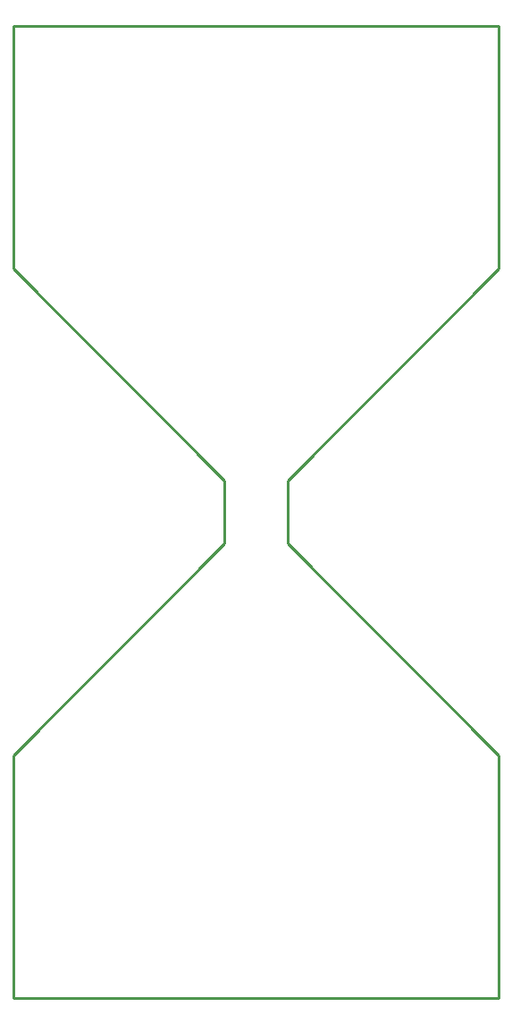
<source format=gko>
G04*
G04 #@! TF.GenerationSoftware,Altium Limited,Altium Designer,23.4.1 (23)*
G04*
G04 Layer_Color=16711935*
%FSLAX25Y25*%
%MOIN*%
G70*
G04*
G04 #@! TF.SameCoordinates,3896D8D6-2970-4D3B-BD07-924AED3B3DE0*
G04*
G04*
G04 #@! TF.FilePolarity,Positive*
G04*
G01*
G75*
%ADD10C,0.01000*%
D10*
Y90551D01*
X181102Y271654D02*
Y362205D01*
Y0D02*
Y90551D01*
X0Y0D02*
X181102D01*
X0Y362205D02*
X181102D01*
X102362Y169291D02*
X181102Y90551D01*
X102362Y192913D02*
X181102Y271654D01*
X0Y90551D02*
X78740Y169291D01*
X0Y271654D02*
Y362205D01*
Y271654D02*
X78740Y192913D01*
Y169291D02*
Y192913D01*
X102362Y169291D02*
Y192913D01*
Y169291D02*
Y192913D01*
X78740Y169291D02*
Y192913D01*
X0Y271654D02*
X78740Y192913D01*
X0Y271654D02*
Y362205D01*
Y90551D02*
X78740Y169291D01*
X102362Y192913D02*
X181102Y271654D01*
X102362Y169291D02*
X181102Y90551D01*
X0Y362205D02*
X181102D01*
X0Y0D02*
X181102D01*
Y90551D01*
Y271654D02*
Y362205D01*
X0Y0D02*
Y90551D01*
M02*

</source>
